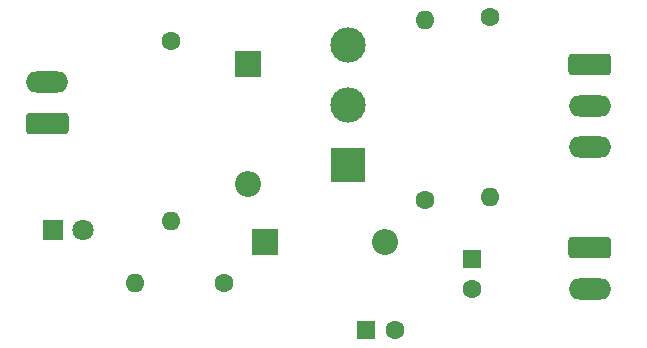
<source format=gbr>
G04 #@! TF.GenerationSoftware,KiCad,Pcbnew,(5.1.10)-1*
G04 #@! TF.CreationDate,2021-06-28T17:12:34+02:00*
G04 #@! TF.ProjectId,fuente-alimentacion-regulable,6675656e-7465-42d6-916c-696d656e7461,4.0*
G04 #@! TF.SameCoordinates,Original*
G04 #@! TF.FileFunction,Soldermask,Bot*
G04 #@! TF.FilePolarity,Negative*
%FSLAX46Y46*%
G04 Gerber Fmt 4.6, Leading zero omitted, Abs format (unit mm)*
G04 Created by KiCad (PCBNEW (5.1.10)-1) date 2021-06-28 17:12:34*
%MOMM*%
%LPD*%
G01*
G04 APERTURE LIST*
%ADD10C,1.600000*%
%ADD11O,1.600000X1.600000*%
%ADD12R,1.600000X1.600000*%
%ADD13R,2.200000X2.200000*%
%ADD14O,2.200000X2.200000*%
%ADD15R,1.800000X1.800000*%
%ADD16C,1.800000*%
%ADD17O,3.600000X1.800000*%
%ADD18R,3.000000X3.000000*%
%ADD19O,3.000000X3.000000*%
G04 APERTURE END LIST*
D10*
X102500000Y-74000000D03*
D11*
X95000000Y-74000000D03*
D12*
X114500000Y-78000000D03*
D10*
X117000000Y-78000000D03*
X123500000Y-74500000D03*
D12*
X123500000Y-72000000D03*
D13*
X104500000Y-55500000D03*
D14*
X104500000Y-65660000D03*
X116160000Y-70500000D03*
D13*
X106000000Y-70500000D03*
D15*
X88000000Y-69500000D03*
D16*
X90540000Y-69500000D03*
G36*
G01*
X89090000Y-61400000D02*
X85990000Y-61400000D01*
G75*
G02*
X85740000Y-61150000I0J250000D01*
G01*
X85740000Y-59850000D01*
G75*
G02*
X85990000Y-59600000I250000J0D01*
G01*
X89090000Y-59600000D01*
G75*
G02*
X89340000Y-59850000I0J-250000D01*
G01*
X89340000Y-61150000D01*
G75*
G02*
X89090000Y-61400000I-250000J0D01*
G01*
G37*
D17*
X87540000Y-57000000D03*
D10*
X98000000Y-53500000D03*
D11*
X98000000Y-68740000D03*
D10*
X125000000Y-51500000D03*
D11*
X125000000Y-66740000D03*
X119500000Y-51760000D03*
D10*
X119500000Y-67000000D03*
G36*
G01*
X131910000Y-54600000D02*
X135010000Y-54600000D01*
G75*
G02*
X135260000Y-54850000I0J-250000D01*
G01*
X135260000Y-56150000D01*
G75*
G02*
X135010000Y-56400000I-250000J0D01*
G01*
X131910000Y-56400000D01*
G75*
G02*
X131660000Y-56150000I0J250000D01*
G01*
X131660000Y-54850000D01*
G75*
G02*
X131910000Y-54600000I250000J0D01*
G01*
G37*
D17*
X133460000Y-59000000D03*
X133460000Y-62500000D03*
X133460000Y-74500000D03*
G36*
G01*
X131910000Y-70100000D02*
X135010000Y-70100000D01*
G75*
G02*
X135260000Y-70350000I0J-250000D01*
G01*
X135260000Y-71650000D01*
G75*
G02*
X135010000Y-71900000I-250000J0D01*
G01*
X131910000Y-71900000D01*
G75*
G02*
X131660000Y-71650000I0J250000D01*
G01*
X131660000Y-70350000D01*
G75*
G02*
X131910000Y-70100000I250000J0D01*
G01*
G37*
D18*
X113000000Y-64040000D03*
D19*
X113000000Y-58960000D03*
X113000000Y-53880000D03*
M02*

</source>
